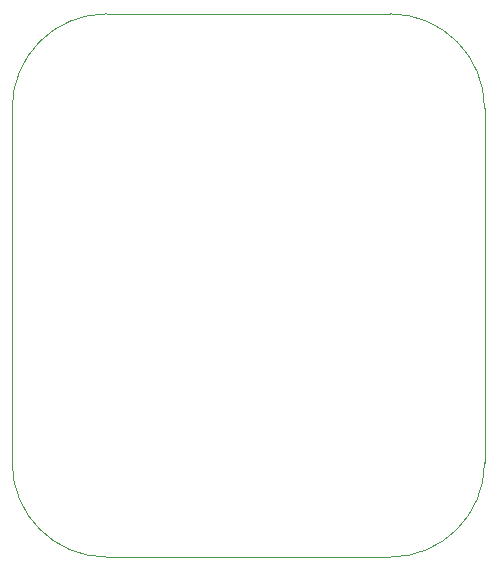
<source format=gbr>
G04 #@! TF.GenerationSoftware,KiCad,Pcbnew,(5.1.2)-2*
G04 #@! TF.CreationDate,2019-08-20T02:28:55-06:00*
G04 #@! TF.ProjectId,pqfp_80_breakout,70716670-5f38-4305-9f62-7265616b6f75,rev?*
G04 #@! TF.SameCoordinates,Original*
G04 #@! TF.FileFunction,Profile,NP*
%FSLAX46Y46*%
G04 Gerber Fmt 4.6, Leading zero omitted, Abs format (unit mm)*
G04 Created by KiCad (PCBNEW (5.1.2)-2) date 2019-08-20 02:28:55*
%MOMM*%
%LPD*%
G04 APERTURE LIST*
%ADD10C,0.050000*%
G04 APERTURE END LIST*
D10*
X139000000Y-51000000D02*
X163000000Y-51000000D01*
X131000000Y-89000000D02*
X131000000Y-59000000D01*
X139000000Y-97000000D02*
X163000000Y-97000000D01*
X171000000Y-89000000D02*
X171000000Y-59000000D01*
X171000000Y-89000000D02*
G75*
G02X163000000Y-97000000I-8000000J0D01*
G01*
X139000000Y-97000000D02*
G75*
G02X131000000Y-89000000I0J8000000D01*
G01*
X131000000Y-59000000D02*
G75*
G02X139000000Y-51000000I8000000J0D01*
G01*
X163000000Y-51000000D02*
G75*
G02X171000000Y-59000000I0J-8000000D01*
G01*
M02*

</source>
